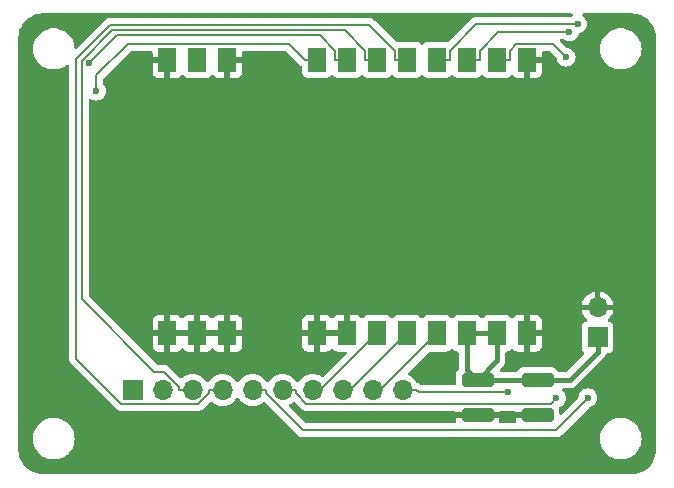
<source format=gbr>
%TF.GenerationSoftware,KiCad,Pcbnew,8.0.8*%
%TF.CreationDate,2025-02-18T11:34:38+02:00*%
%TF.ProjectId,E900M30S shield,45393030-4d33-4305-9320-736869656c64,rev?*%
%TF.SameCoordinates,Original*%
%TF.FileFunction,Copper,L1,Top*%
%TF.FilePolarity,Positive*%
%FSLAX46Y46*%
G04 Gerber Fmt 4.6, Leading zero omitted, Abs format (unit mm)*
G04 Created by KiCad (PCBNEW 8.0.8) date 2025-02-18 11:34:38*
%MOMM*%
%LPD*%
G01*
G04 APERTURE LIST*
G04 Aperture macros list*
%AMRoundRect*
0 Rectangle with rounded corners*
0 $1 Rounding radius*
0 $2 $3 $4 $5 $6 $7 $8 $9 X,Y pos of 4 corners*
0 Add a 4 corners polygon primitive as box body*
4,1,4,$2,$3,$4,$5,$6,$7,$8,$9,$2,$3,0*
0 Add four circle primitives for the rounded corners*
1,1,$1+$1,$2,$3*
1,1,$1+$1,$4,$5*
1,1,$1+$1,$6,$7*
1,1,$1+$1,$8,$9*
0 Add four rect primitives between the rounded corners*
20,1,$1+$1,$2,$3,$4,$5,0*
20,1,$1+$1,$4,$5,$6,$7,0*
20,1,$1+$1,$6,$7,$8,$9,0*
20,1,$1+$1,$8,$9,$2,$3,0*%
G04 Aperture macros list end*
%TA.AperFunction,ComponentPad*%
%ADD10R,1.700000X1.700000*%
%TD*%
%TA.AperFunction,ComponentPad*%
%ADD11O,1.700000X1.700000*%
%TD*%
%TA.AperFunction,SMDPad,CuDef*%
%ADD12RoundRect,0.250000X-1.100000X0.325000X-1.100000X-0.325000X1.100000X-0.325000X1.100000X0.325000X0*%
%TD*%
%TA.AperFunction,SMDPad,CuDef*%
%ADD13R,1.510000X2.080000*%
%TD*%
%TA.AperFunction,ViaPad*%
%ADD14C,0.600000*%
%TD*%
%TA.AperFunction,Conductor*%
%ADD15C,0.200000*%
%TD*%
%TA.AperFunction,Conductor*%
%ADD16C,0.400000*%
%TD*%
G04 APERTURE END LIST*
D10*
%TO.P,J1,1*%
%TO.N,NSS*%
X119380000Y-128905000D03*
D11*
%TO.P,J1,2*%
%TO.N,SCK*%
X121920000Y-128905000D03*
%TO.P,J1,3*%
%TO.N,MOSI*%
X124460000Y-128905000D03*
%TO.P,J1,4*%
%TO.N,MISO*%
X127000000Y-128905000D03*
%TO.P,J1,5*%
%TO.N,RST*%
X129540000Y-128905000D03*
%TO.P,J1,6*%
%TO.N,BUSY*%
X132080000Y-128905000D03*
%TO.P,J1,7*%
%TO.N,RXEN*%
X134620000Y-128905000D03*
%TO.P,J1,8*%
%TO.N,TXEN*%
X137160000Y-128905000D03*
%TO.P,J1,9*%
%TO.N,DIO2*%
X139700000Y-128905000D03*
%TO.P,J1,10*%
%TO.N,DIO1*%
X142240000Y-128905000D03*
%TD*%
D10*
%TO.P,J2,1*%
%TO.N,+5V*%
X158750000Y-124460000D03*
D11*
%TO.P,J2,2*%
%TO.N,GND*%
X158750000Y-121920000D03*
%TD*%
D12*
%TO.P,C1,1*%
%TO.N,+5V*%
X148590000Y-128065000D03*
%TO.P,C1,2*%
%TO.N,GND*%
X148590000Y-131015000D03*
%TD*%
D13*
%TO.P,U1,1,GND*%
%TO.N,GND*%
X122330000Y-124110000D03*
%TO.P,U1,2,GND*%
X124870000Y-124110000D03*
%TO.P,U1,3,GND*%
X127410000Y-124110000D03*
%TO.P,U1,4,GND*%
X135010000Y-124110000D03*
%TO.P,U1,5,GND*%
X137550000Y-124110000D03*
%TO.P,U1,6,RXEN*%
%TO.N,RXEN*%
X140090000Y-124110000D03*
%TO.P,U1,7,TXEN*%
%TO.N,TXEN*%
X142630000Y-124110000D03*
%TO.P,U1,8,DIO2*%
%TO.N,DIO2*%
X145170000Y-124110000D03*
%TO.P,U1,9,VCC*%
%TO.N,+5V*%
X147710000Y-124110000D03*
%TO.P,U1,10,VCC*%
X150250000Y-124110000D03*
%TO.P,U1,11,GND*%
%TO.N,GND*%
X152790000Y-124110000D03*
%TO.P,U1,12,GND*%
X152790000Y-100960000D03*
%TO.P,U1,13,DIO1*%
%TO.N,DIO1*%
X150250000Y-100960000D03*
%TO.P,U1,14,BUSY*%
%TO.N,BUSY*%
X147710000Y-100960000D03*
%TO.P,U1,15,~{RST}*%
%TO.N,RST*%
X145170000Y-100960000D03*
%TO.P,U1,16,MISO*%
%TO.N,MISO*%
X142630000Y-100960000D03*
%TO.P,U1,17,MOSI*%
%TO.N,MOSI*%
X140090000Y-100960000D03*
%TO.P,U1,18,SCK*%
%TO.N,SCK*%
X137550000Y-100960000D03*
%TO.P,U1,19,NSS*%
%TO.N,NSS*%
X135010000Y-100960000D03*
%TO.P,U1,20,GND*%
%TO.N,GND*%
X127410000Y-100960000D03*
%TO.P,U1,21,ANT*%
%TO.N,unconnected-(U1-ANT-Pad21)*%
X124870000Y-100960000D03*
%TO.P,U1,22,GND*%
%TO.N,GND*%
X122330000Y-100960000D03*
%TD*%
D12*
%TO.P,C2,1*%
%TO.N,+5V*%
X153670000Y-128065000D03*
%TO.P,C2,2*%
%TO.N,GND*%
X153670000Y-131015000D03*
%TD*%
D14*
%TO.N,GND*%
X145415000Y-127000000D03*
%TO.N,RST*%
X157933800Y-129571000D03*
X157057500Y-97910200D03*
%TO.N,SCK*%
X115683700Y-101243400D03*
%TO.N,BUSY*%
X155257700Y-129595200D03*
X156366700Y-98572000D03*
%TO.N,NSS*%
X116311900Y-103597700D03*
%TO.N,DIO1*%
X156081200Y-100726200D03*
X151130100Y-129115400D03*
%TO.N,GND*%
X152790000Y-103174000D03*
X122330000Y-103174000D03*
X127410000Y-103174000D03*
X135010000Y-121782000D03*
X127429000Y-121782000D03*
X124917000Y-121782000D03*
X137550000Y-121782000D03*
X122357000Y-121782000D03*
%TD*%
D15*
%TO.N,RST*%
X157933800Y-129606200D02*
X157933800Y-129571000D01*
X155211100Y-132328900D02*
X157933800Y-129606200D01*
X133827700Y-132328900D02*
X155211100Y-132328900D01*
X130691700Y-129192900D02*
X133827700Y-132328900D01*
X130691700Y-128905000D02*
X130691700Y-129192900D01*
X146226700Y-100167500D02*
X146226700Y-100960000D01*
X148484000Y-97910200D02*
X146226700Y-100167500D01*
X157057500Y-97910200D02*
X148484000Y-97910200D01*
X129540000Y-128905000D02*
X130691700Y-128905000D01*
X145170000Y-100960000D02*
X146226700Y-100960000D01*
%TO.N,SCK*%
X137550000Y-100960000D02*
X136493300Y-100960000D01*
X136493300Y-100167500D02*
X136493300Y-100960000D01*
X135213600Y-98887800D02*
X136493300Y-100167500D01*
X118039300Y-98887800D02*
X135213600Y-98887800D01*
X115683700Y-101243400D02*
X118039300Y-98887800D01*
%TO.N,BUSY*%
X154787100Y-130065800D02*
X155257700Y-129595200D01*
X134104600Y-130065800D02*
X154787100Y-130065800D01*
X133231700Y-129192900D02*
X134104600Y-130065800D01*
X133231700Y-128905000D02*
X133231700Y-129192900D01*
X148766700Y-100167500D02*
X148766700Y-100960000D01*
X150362200Y-98572000D02*
X148766700Y-100167500D01*
X156366700Y-98572000D02*
X150362200Y-98572000D01*
X147710000Y-100960000D02*
X148766700Y-100960000D01*
X132080000Y-128905000D02*
X133231700Y-128905000D01*
%TO.N,TXEN*%
X137795000Y-128905000D02*
X137160000Y-128905000D01*
X142590000Y-124110000D02*
X137795000Y-128905000D01*
X142630000Y-124110000D02*
X142590000Y-124110000D01*
%TO.N,DIO2*%
X140375000Y-128905000D02*
X139700000Y-128905000D01*
X145170000Y-124110000D02*
X140375000Y-128905000D01*
%TO.N,NSS*%
X116311900Y-102262300D02*
X116311900Y-103597700D01*
X118955900Y-99618300D02*
X116311900Y-102262300D01*
X132611600Y-99618300D02*
X118955900Y-99618300D01*
X133953300Y-100960000D02*
X132611600Y-99618300D01*
X135010000Y-100960000D02*
X133953300Y-100960000D01*
%TO.N,DIO1*%
X154973300Y-99618300D02*
X156081200Y-100726200D01*
X151855900Y-99618300D02*
X154973300Y-99618300D01*
X151306700Y-100167500D02*
X151855900Y-99618300D01*
X151306700Y-100960000D02*
X151306700Y-100167500D01*
X143602100Y-129115400D02*
X143391700Y-128905000D01*
X151130100Y-129115400D02*
X143602100Y-129115400D01*
X142240000Y-128905000D02*
X143391700Y-128905000D01*
X150250000Y-100960000D02*
X151306700Y-100960000D01*
%TO.N,MOSI*%
X140090000Y-100960000D02*
X139033300Y-100960000D01*
X124460000Y-128905000D02*
X123308300Y-128905000D01*
X139033300Y-100167500D02*
X139033300Y-100960000D01*
X137329600Y-98463800D02*
X139033300Y-100167500D01*
X117607500Y-98463800D02*
X137329600Y-98463800D01*
X115060300Y-101011000D02*
X117607500Y-98463800D01*
X115060300Y-121234600D02*
X115060300Y-101011000D01*
X121202000Y-127376300D02*
X115060300Y-121234600D01*
X122048100Y-127376300D02*
X121202000Y-127376300D01*
X123308300Y-128636500D02*
X122048100Y-127376300D01*
X123308300Y-128905000D02*
X123308300Y-128636500D01*
%TO.N,RXEN*%
X135295000Y-128905000D02*
X134620000Y-128905000D01*
X140090000Y-124110000D02*
X135295000Y-128905000D01*
%TO.N,MISO*%
X125848300Y-129173500D02*
X125848300Y-128905000D01*
X124964500Y-130057300D02*
X125848300Y-129173500D01*
X118399400Y-130057300D02*
X124964500Y-130057300D01*
X114624300Y-126282200D02*
X118399400Y-130057300D01*
X114624300Y-100875700D02*
X114624300Y-126282200D01*
X117495900Y-98004100D02*
X114624300Y-100875700D01*
X139409900Y-98004100D02*
X117495900Y-98004100D01*
X141573300Y-100167500D02*
X139409900Y-98004100D01*
X141573300Y-100960000D02*
X141573300Y-100167500D01*
X142630000Y-100960000D02*
X141573300Y-100960000D01*
X127000000Y-128905000D02*
X125848300Y-128905000D01*
D16*
%TO.N,+5V*%
X147710000Y-124110000D02*
X150250000Y-124110000D01*
X147710000Y-127185000D02*
X147710000Y-124110000D01*
X148590000Y-128065000D02*
X147710000Y-127185000D01*
X153670000Y-128065000D02*
X148590000Y-128065000D01*
X150250000Y-126405000D02*
X150250000Y-124110000D01*
X148590000Y-128065000D02*
X150250000Y-126405000D01*
X156415000Y-128065000D02*
X153670000Y-128065000D01*
X158750000Y-125730000D02*
X156415000Y-128065000D01*
X158750000Y-124460000D02*
X158750000Y-125730000D01*
%TD*%
%TA.AperFunction,Conductor*%
%TO.N,GND*%
G36*
X156605466Y-97040185D02*
G01*
X156651221Y-97092989D01*
X156661165Y-97162147D01*
X156632140Y-97225703D01*
X156604400Y-97249493D01*
X156555238Y-97280383D01*
X156552403Y-97282645D01*
X156550223Y-97283535D01*
X156549343Y-97284088D01*
X156549246Y-97283933D01*
X156487717Y-97309055D01*
X156475088Y-97309700D01*
X148563057Y-97309700D01*
X148404942Y-97309700D01*
X148252215Y-97350623D01*
X148252214Y-97350623D01*
X148252212Y-97350624D01*
X148252209Y-97350625D01*
X148217066Y-97370916D01*
X148217064Y-97370917D01*
X148115290Y-97429675D01*
X148115282Y-97429681D01*
X148003478Y-97541486D01*
X146151406Y-99393557D01*
X146090083Y-99427042D01*
X146040209Y-99426599D01*
X146040195Y-99426738D01*
X146038787Y-99426586D01*
X146035220Y-99426555D01*
X146032485Y-99425909D01*
X145972883Y-99419501D01*
X145972881Y-99419500D01*
X145972873Y-99419500D01*
X145972864Y-99419500D01*
X144367129Y-99419500D01*
X144367123Y-99419501D01*
X144307516Y-99425908D01*
X144172671Y-99476202D01*
X144172664Y-99476206D01*
X144057455Y-99562452D01*
X144057452Y-99562455D01*
X143999266Y-99640182D01*
X143943332Y-99682053D01*
X143873641Y-99687037D01*
X143812318Y-99653551D01*
X143800734Y-99640182D01*
X143742547Y-99562455D01*
X143742544Y-99562452D01*
X143627335Y-99476206D01*
X143627328Y-99476202D01*
X143492482Y-99425908D01*
X143492483Y-99425908D01*
X143432883Y-99419501D01*
X143432881Y-99419500D01*
X143432873Y-99419500D01*
X143432864Y-99419500D01*
X141827129Y-99419500D01*
X141827123Y-99419501D01*
X141767514Y-99425909D01*
X141764785Y-99426554D01*
X141762604Y-99426436D01*
X141759804Y-99426738D01*
X141759755Y-99426284D01*
X141695015Y-99422811D01*
X141648593Y-99393557D01*
X139897490Y-97642455D01*
X139897488Y-97642452D01*
X139778617Y-97523581D01*
X139778616Y-97523580D01*
X139691804Y-97473460D01*
X139691804Y-97473459D01*
X139691800Y-97473458D01*
X139641685Y-97444523D01*
X139488957Y-97403599D01*
X139330843Y-97403599D01*
X139323247Y-97403599D01*
X139323231Y-97403600D01*
X117582570Y-97403600D01*
X117582554Y-97403599D01*
X117574958Y-97403599D01*
X117416843Y-97403599D01*
X117340479Y-97424061D01*
X117264114Y-97444523D01*
X117264109Y-97444526D01*
X117127190Y-97523575D01*
X117127182Y-97523581D01*
X114677373Y-99973390D01*
X114616050Y-100006875D01*
X114546358Y-100001891D01*
X114490425Y-99960019D01*
X114466039Y-99894975D01*
X114455803Y-99758378D01*
X114455802Y-99758374D01*
X114455802Y-99758370D01*
X114397420Y-99502584D01*
X114301568Y-99258357D01*
X114170386Y-99031143D01*
X114006805Y-98826019D01*
X114006804Y-98826018D01*
X114006801Y-98826014D01*
X113814479Y-98647567D01*
X113787735Y-98629333D01*
X113597704Y-98499772D01*
X113597700Y-98499770D01*
X113597697Y-98499768D01*
X113597696Y-98499767D01*
X113361325Y-98385938D01*
X113361327Y-98385938D01*
X113110623Y-98308606D01*
X113110619Y-98308605D01*
X113110615Y-98308604D01*
X112985823Y-98289794D01*
X112851187Y-98269500D01*
X112851182Y-98269500D01*
X112588818Y-98269500D01*
X112588812Y-98269500D01*
X112440452Y-98291863D01*
X112329385Y-98308604D01*
X112329382Y-98308605D01*
X112329376Y-98308606D01*
X112078673Y-98385938D01*
X111842303Y-98499767D01*
X111842302Y-98499768D01*
X111625520Y-98647567D01*
X111433198Y-98826014D01*
X111269614Y-99031143D01*
X111138432Y-99258356D01*
X111042582Y-99502578D01*
X111042576Y-99502597D01*
X110984197Y-99758374D01*
X110984196Y-99758379D01*
X110964592Y-100019995D01*
X110964592Y-100020004D01*
X110984196Y-100281620D01*
X110984197Y-100281625D01*
X111042576Y-100537402D01*
X111042578Y-100537411D01*
X111042580Y-100537416D01*
X111138432Y-100781643D01*
X111269614Y-101008857D01*
X111322938Y-101075723D01*
X111433198Y-101213985D01*
X111586273Y-101356016D01*
X111625521Y-101392433D01*
X111842296Y-101540228D01*
X111842301Y-101540230D01*
X111842302Y-101540231D01*
X111842303Y-101540232D01*
X111967843Y-101600688D01*
X112078673Y-101654061D01*
X112078674Y-101654061D01*
X112078677Y-101654063D01*
X112329385Y-101731396D01*
X112588818Y-101770500D01*
X112851182Y-101770500D01*
X113110615Y-101731396D01*
X113361323Y-101654063D01*
X113597704Y-101540228D01*
X113814479Y-101392433D01*
X113815459Y-101391523D01*
X113815886Y-101391310D01*
X113818104Y-101389542D01*
X113818482Y-101390016D01*
X113877990Y-101360355D01*
X113947447Y-101367942D01*
X114001776Y-101411875D01*
X114023728Y-101478206D01*
X114023800Y-101482422D01*
X114023800Y-126195530D01*
X114023799Y-126195548D01*
X114023799Y-126361254D01*
X114023798Y-126361254D01*
X114064723Y-126513985D01*
X114093658Y-126564100D01*
X114093659Y-126564104D01*
X114093660Y-126564104D01*
X114143779Y-126650914D01*
X114143781Y-126650917D01*
X114262649Y-126769785D01*
X114262654Y-126769789D01*
X118030684Y-130537820D01*
X118030686Y-130537821D01*
X118030690Y-130537824D01*
X118132216Y-130596439D01*
X118167616Y-130616877D01*
X118320343Y-130657801D01*
X118320345Y-130657801D01*
X118486054Y-130657801D01*
X118486070Y-130657800D01*
X124877831Y-130657800D01*
X124877847Y-130657801D01*
X124885443Y-130657801D01*
X125043554Y-130657801D01*
X125043557Y-130657801D01*
X125196285Y-130616877D01*
X125246404Y-130587939D01*
X125333216Y-130537820D01*
X125445020Y-130426016D01*
X125445020Y-130426014D01*
X125455228Y-130415807D01*
X125455230Y-130415804D01*
X125940388Y-129930646D01*
X126001711Y-129897161D01*
X126071403Y-129902145D01*
X126115750Y-129930646D01*
X126128599Y-129943495D01*
X126130353Y-129944723D01*
X126322165Y-130079032D01*
X126322167Y-130079033D01*
X126322170Y-130079035D01*
X126536337Y-130178903D01*
X126764592Y-130240063D01*
X126952918Y-130256539D01*
X126999999Y-130260659D01*
X127000000Y-130260659D01*
X127000001Y-130260659D01*
X127039234Y-130257226D01*
X127235408Y-130240063D01*
X127463663Y-130178903D01*
X127677830Y-130079035D01*
X127871401Y-129943495D01*
X128038495Y-129776401D01*
X128168425Y-129590842D01*
X128223002Y-129547217D01*
X128292500Y-129540023D01*
X128354855Y-129571546D01*
X128371575Y-129590842D01*
X128500141Y-129774454D01*
X128501505Y-129776401D01*
X128668599Y-129943495D01*
X128670353Y-129944723D01*
X128862165Y-130079032D01*
X128862167Y-130079033D01*
X128862170Y-130079035D01*
X129076337Y-130178903D01*
X129304592Y-130240063D01*
X129492918Y-130256539D01*
X129539999Y-130260659D01*
X129540000Y-130260659D01*
X129540001Y-130260659D01*
X129579234Y-130257226D01*
X129775408Y-130240063D01*
X130003663Y-130178903D01*
X130217830Y-130079035D01*
X130411401Y-129943495D01*
X130414546Y-129940349D01*
X130475863Y-129906863D01*
X130545555Y-129911842D01*
X130589910Y-129940345D01*
X133458984Y-132809420D01*
X133458986Y-132809421D01*
X133458990Y-132809424D01*
X133595909Y-132888473D01*
X133595912Y-132888475D01*
X133595916Y-132888477D01*
X133748643Y-132929401D01*
X133748645Y-132929401D01*
X133914354Y-132929401D01*
X133914370Y-132929400D01*
X155124431Y-132929400D01*
X155124447Y-132929401D01*
X155132043Y-132929401D01*
X155290154Y-132929401D01*
X155290157Y-132929401D01*
X155442885Y-132888477D01*
X155503950Y-132853221D01*
X155579816Y-132809420D01*
X155691620Y-132697616D01*
X155691620Y-132697614D01*
X155701824Y-132687411D01*
X155701828Y-132687406D01*
X157992004Y-130397229D01*
X158053325Y-130363746D01*
X158065783Y-130361693D01*
X158113055Y-130356368D01*
X158283322Y-130296789D01*
X158436062Y-130200816D01*
X158563616Y-130073262D01*
X158659589Y-129920522D01*
X158719168Y-129750255D01*
X158736638Y-129595203D01*
X158739365Y-129571003D01*
X158739365Y-129570996D01*
X158719169Y-129391750D01*
X158719168Y-129391745D01*
X158714020Y-129377032D01*
X158659589Y-129221478D01*
X158563616Y-129068738D01*
X158436062Y-128941184D01*
X158283323Y-128845211D01*
X158113054Y-128785631D01*
X158113049Y-128785630D01*
X157933804Y-128765435D01*
X157933796Y-128765435D01*
X157754550Y-128785630D01*
X157754545Y-128785631D01*
X157584276Y-128845211D01*
X157431537Y-128941184D01*
X157303984Y-129068737D01*
X157208010Y-129221478D01*
X157148430Y-129391750D01*
X157134167Y-129518338D01*
X157107100Y-129582752D01*
X157098628Y-129592135D01*
X155731680Y-130959084D01*
X155670357Y-130992569D01*
X155600665Y-130987585D01*
X155544732Y-130945713D01*
X155520315Y-130880249D01*
X155519999Y-130871403D01*
X155519999Y-130640028D01*
X155519998Y-130640013D01*
X155509505Y-130537302D01*
X155493788Y-130489870D01*
X155491386Y-130420042D01*
X155527118Y-130360000D01*
X155570540Y-130333824D01*
X155607222Y-130320989D01*
X155759962Y-130225016D01*
X155887516Y-130097462D01*
X155983489Y-129944722D01*
X156043068Y-129774455D01*
X156045795Y-129750254D01*
X156063265Y-129595203D01*
X156063265Y-129595196D01*
X156043069Y-129415950D01*
X156043068Y-129415945D01*
X156029452Y-129377032D01*
X155983489Y-129245678D01*
X155887516Y-129092938D01*
X155771759Y-128977181D01*
X155738274Y-128915858D01*
X155743258Y-128846166D01*
X155785130Y-128790233D01*
X155850594Y-128765816D01*
X155859440Y-128765500D01*
X156483996Y-128765500D01*
X156575040Y-128747389D01*
X156619328Y-128738580D01*
X156683069Y-128712177D01*
X156746807Y-128685777D01*
X156746808Y-128685776D01*
X156746811Y-128685775D01*
X156861543Y-128609114D01*
X159294114Y-126176543D01*
X159370775Y-126061811D01*
X159423580Y-125934328D01*
X159428358Y-125910306D01*
X159460742Y-125848398D01*
X159521457Y-125813823D01*
X159549975Y-125810499D01*
X159647871Y-125810499D01*
X159647872Y-125810499D01*
X159707483Y-125804091D01*
X159842331Y-125753796D01*
X159957546Y-125667546D01*
X160043796Y-125552331D01*
X160094091Y-125417483D01*
X160100500Y-125357873D01*
X160100499Y-123562128D01*
X160094091Y-123502517D01*
X160043796Y-123367669D01*
X160043795Y-123367668D01*
X160043793Y-123367664D01*
X159957547Y-123252455D01*
X159957544Y-123252452D01*
X159842335Y-123166206D01*
X159842328Y-123166202D01*
X159710401Y-123116997D01*
X159654467Y-123075126D01*
X159630050Y-123009662D01*
X159644902Y-122941389D01*
X159666053Y-122913133D01*
X159788108Y-122791078D01*
X159923600Y-122597578D01*
X160023429Y-122383492D01*
X160023432Y-122383486D01*
X160080636Y-122170000D01*
X159183012Y-122170000D01*
X159215925Y-122112993D01*
X159250000Y-121985826D01*
X159250000Y-121854174D01*
X159215925Y-121727007D01*
X159183012Y-121670000D01*
X160080636Y-121670000D01*
X160080635Y-121669999D01*
X160023432Y-121456513D01*
X160023429Y-121456507D01*
X159923600Y-121242422D01*
X159923599Y-121242420D01*
X159788113Y-121048926D01*
X159788108Y-121048920D01*
X159621082Y-120881894D01*
X159427578Y-120746399D01*
X159213492Y-120646570D01*
X159213486Y-120646567D01*
X159000000Y-120589364D01*
X159000000Y-121486988D01*
X158942993Y-121454075D01*
X158815826Y-121420000D01*
X158684174Y-121420000D01*
X158557007Y-121454075D01*
X158500000Y-121486988D01*
X158500000Y-120589364D01*
X158499999Y-120589364D01*
X158286513Y-120646567D01*
X158286507Y-120646570D01*
X158072422Y-120746399D01*
X158072420Y-120746400D01*
X157878926Y-120881886D01*
X157878920Y-120881891D01*
X157711891Y-121048920D01*
X157711886Y-121048926D01*
X157576400Y-121242420D01*
X157576399Y-121242422D01*
X157476570Y-121456507D01*
X157476567Y-121456513D01*
X157419364Y-121669999D01*
X157419364Y-121670000D01*
X158316988Y-121670000D01*
X158284075Y-121727007D01*
X158250000Y-121854174D01*
X158250000Y-121985826D01*
X158284075Y-122112993D01*
X158316988Y-122170000D01*
X157419364Y-122170000D01*
X157476567Y-122383486D01*
X157476570Y-122383492D01*
X157576399Y-122597578D01*
X157711894Y-122791082D01*
X157833946Y-122913134D01*
X157867431Y-122974457D01*
X157862447Y-123044149D01*
X157820575Y-123100082D01*
X157789598Y-123116997D01*
X157657671Y-123166202D01*
X157657664Y-123166206D01*
X157542455Y-123252452D01*
X157542452Y-123252455D01*
X157456206Y-123367664D01*
X157456202Y-123367671D01*
X157405908Y-123502517D01*
X157399501Y-123562116D01*
X157399501Y-123562123D01*
X157399500Y-123562135D01*
X157399500Y-125357870D01*
X157399501Y-125357876D01*
X157405908Y-125417483D01*
X157456202Y-125552328D01*
X157456206Y-125552335D01*
X157542452Y-125667544D01*
X157542455Y-125667547D01*
X157587647Y-125701378D01*
X157629518Y-125757311D01*
X157634502Y-125827003D01*
X157601017Y-125888325D01*
X156161162Y-127328181D01*
X156099839Y-127361666D01*
X156073481Y-127364500D01*
X155489378Y-127364500D01*
X155422339Y-127344815D01*
X155383839Y-127305597D01*
X155375459Y-127292011D01*
X155362712Y-127271344D01*
X155238656Y-127147288D01*
X155089334Y-127055186D01*
X154922797Y-127000001D01*
X154922795Y-127000000D01*
X154820010Y-126989500D01*
X152519998Y-126989500D01*
X152519981Y-126989501D01*
X152417203Y-127000000D01*
X152417200Y-127000001D01*
X152250668Y-127055185D01*
X152250663Y-127055187D01*
X152101342Y-127147289D01*
X151977289Y-127271342D01*
X151956161Y-127305597D01*
X151904213Y-127352321D01*
X151850622Y-127364500D01*
X150580519Y-127364500D01*
X150513480Y-127344815D01*
X150467725Y-127292011D01*
X150457781Y-127222853D01*
X150486806Y-127159297D01*
X150492838Y-127152819D01*
X150794112Y-126851545D01*
X150794112Y-126851544D01*
X150794114Y-126851543D01*
X150870775Y-126736811D01*
X150923580Y-126609328D01*
X150950500Y-126473993D01*
X150950500Y-126336006D01*
X150950500Y-125772888D01*
X150970185Y-125705849D01*
X151022989Y-125660094D01*
X151061244Y-125649598D01*
X151112483Y-125644091D01*
X151247331Y-125593796D01*
X151362546Y-125507546D01*
X151388618Y-125472717D01*
X151421046Y-125429401D01*
X151476979Y-125387530D01*
X151546671Y-125382546D01*
X151607994Y-125416032D01*
X151619578Y-125429401D01*
X151677809Y-125507187D01*
X151677812Y-125507190D01*
X151792906Y-125593350D01*
X151792913Y-125593354D01*
X151927620Y-125643596D01*
X151927627Y-125643598D01*
X151987155Y-125649999D01*
X151987172Y-125650000D01*
X152540000Y-125650000D01*
X153040000Y-125650000D01*
X153592828Y-125650000D01*
X153592844Y-125649999D01*
X153652372Y-125643598D01*
X153652379Y-125643596D01*
X153787086Y-125593354D01*
X153787093Y-125593350D01*
X153902187Y-125507190D01*
X153902190Y-125507187D01*
X153988350Y-125392093D01*
X153988354Y-125392086D01*
X154038596Y-125257379D01*
X154038598Y-125257372D01*
X154044999Y-125197844D01*
X154045000Y-125197827D01*
X154045000Y-124360000D01*
X153040000Y-124360000D01*
X153040000Y-125650000D01*
X152540000Y-125650000D01*
X152540000Y-123860000D01*
X153040000Y-123860000D01*
X154045000Y-123860000D01*
X154045000Y-123022172D01*
X154044999Y-123022155D01*
X154038598Y-122962627D01*
X154038596Y-122962620D01*
X153988354Y-122827913D01*
X153988350Y-122827906D01*
X153902190Y-122712812D01*
X153902187Y-122712809D01*
X153787093Y-122626649D01*
X153787086Y-122626645D01*
X153652379Y-122576403D01*
X153652372Y-122576401D01*
X153592844Y-122570000D01*
X153040000Y-122570000D01*
X153040000Y-123860000D01*
X152540000Y-123860000D01*
X152540000Y-122570000D01*
X151987155Y-122570000D01*
X151927627Y-122576401D01*
X151927620Y-122576403D01*
X151792913Y-122626645D01*
X151792906Y-122626649D01*
X151677812Y-122712809D01*
X151619578Y-122790599D01*
X151563644Y-122832469D01*
X151493952Y-122837453D01*
X151432629Y-122803967D01*
X151421046Y-122790599D01*
X151362814Y-122712812D01*
X151362546Y-122712454D01*
X151362544Y-122712453D01*
X151362544Y-122712452D01*
X151247335Y-122626206D01*
X151247328Y-122626202D01*
X151112482Y-122575908D01*
X151112483Y-122575908D01*
X151052883Y-122569501D01*
X151052881Y-122569500D01*
X151052873Y-122569500D01*
X151052864Y-122569500D01*
X149447129Y-122569500D01*
X149447123Y-122569501D01*
X149387516Y-122575908D01*
X149252671Y-122626202D01*
X149252664Y-122626206D01*
X149137455Y-122712452D01*
X149137452Y-122712455D01*
X149079266Y-122790182D01*
X149023332Y-122832053D01*
X148953641Y-122837037D01*
X148892318Y-122803551D01*
X148880734Y-122790182D01*
X148822547Y-122712455D01*
X148822544Y-122712452D01*
X148707335Y-122626206D01*
X148707328Y-122626202D01*
X148572482Y-122575908D01*
X148572483Y-122575908D01*
X148512883Y-122569501D01*
X148512881Y-122569500D01*
X148512873Y-122569500D01*
X148512864Y-122569500D01*
X146907129Y-122569500D01*
X146907123Y-122569501D01*
X146847516Y-122575908D01*
X146712671Y-122626202D01*
X146712664Y-122626206D01*
X146597455Y-122712452D01*
X146597452Y-122712455D01*
X146539266Y-122790182D01*
X146483332Y-122832053D01*
X146413641Y-122837037D01*
X146352318Y-122803551D01*
X146340734Y-122790182D01*
X146282547Y-122712455D01*
X146282544Y-122712452D01*
X146167335Y-122626206D01*
X146167328Y-122626202D01*
X146032482Y-122575908D01*
X146032483Y-122575908D01*
X145972883Y-122569501D01*
X145972881Y-122569500D01*
X145972873Y-122569500D01*
X145972864Y-122569500D01*
X144367129Y-122569500D01*
X144367123Y-122569501D01*
X144307516Y-122575908D01*
X144172671Y-122626202D01*
X144172664Y-122626206D01*
X144057455Y-122712452D01*
X144057452Y-122712455D01*
X143999266Y-122790182D01*
X143943332Y-122832053D01*
X143873641Y-122837037D01*
X143812318Y-122803551D01*
X143800734Y-122790182D01*
X143742547Y-122712455D01*
X143742544Y-122712452D01*
X143627335Y-122626206D01*
X143627328Y-122626202D01*
X143492482Y-122575908D01*
X143492483Y-122575908D01*
X143432883Y-122569501D01*
X143432881Y-122569500D01*
X143432873Y-122569500D01*
X143432864Y-122569500D01*
X141827129Y-122569500D01*
X141827123Y-122569501D01*
X141767516Y-122575908D01*
X141632671Y-122626202D01*
X141632664Y-122626206D01*
X141517455Y-122712452D01*
X141517452Y-122712455D01*
X141459266Y-122790182D01*
X141403332Y-122832053D01*
X141333641Y-122837037D01*
X141272318Y-122803551D01*
X141260734Y-122790182D01*
X141202547Y-122712455D01*
X141202544Y-122712452D01*
X141087335Y-122626206D01*
X141087328Y-122626202D01*
X140952482Y-122575908D01*
X140952483Y-122575908D01*
X140892883Y-122569501D01*
X140892881Y-122569500D01*
X140892873Y-122569500D01*
X140892864Y-122569500D01*
X139287129Y-122569500D01*
X139287123Y-122569501D01*
X139227516Y-122575908D01*
X139092671Y-122626202D01*
X139092664Y-122626206D01*
X138977455Y-122712452D01*
X138977454Y-122712453D01*
X138918952Y-122790600D01*
X138863018Y-122832470D01*
X138793326Y-122837453D01*
X138732004Y-122803966D01*
X138720421Y-122790598D01*
X138662190Y-122712812D01*
X138662187Y-122712809D01*
X138547093Y-122626649D01*
X138547086Y-122626645D01*
X138412379Y-122576403D01*
X138412372Y-122576401D01*
X138352844Y-122570000D01*
X137800000Y-122570000D01*
X137800000Y-123986000D01*
X137780315Y-124053039D01*
X137727511Y-124098794D01*
X137676000Y-124110000D01*
X137550000Y-124110000D01*
X137550000Y-124236000D01*
X137530315Y-124303039D01*
X137477511Y-124348794D01*
X137426000Y-124360000D01*
X135260000Y-124360000D01*
X135260000Y-125650000D01*
X135812828Y-125650000D01*
X135812844Y-125649999D01*
X135872372Y-125643598D01*
X135872379Y-125643596D01*
X136007086Y-125593354D01*
X136007093Y-125593350D01*
X136122187Y-125507190D01*
X136122190Y-125507187D01*
X136180734Y-125428984D01*
X136236668Y-125387113D01*
X136306359Y-125382129D01*
X136367682Y-125415615D01*
X136379266Y-125428984D01*
X136437809Y-125507187D01*
X136437812Y-125507190D01*
X136552906Y-125593350D01*
X136552913Y-125593354D01*
X136687620Y-125643596D01*
X136687627Y-125643598D01*
X136747155Y-125649999D01*
X136747172Y-125650000D01*
X137401402Y-125650000D01*
X137468441Y-125669685D01*
X137514196Y-125722489D01*
X137524140Y-125791647D01*
X137495115Y-125855203D01*
X137489083Y-125861681D01*
X135560773Y-127789990D01*
X135499450Y-127823475D01*
X135429758Y-127818491D01*
X135401970Y-127803885D01*
X135297830Y-127730965D01*
X135297829Y-127730964D01*
X135297827Y-127730963D01*
X135184387Y-127678065D01*
X135083663Y-127631097D01*
X135083659Y-127631096D01*
X135083655Y-127631094D01*
X134855413Y-127569938D01*
X134855403Y-127569936D01*
X134620001Y-127549341D01*
X134619999Y-127549341D01*
X134384596Y-127569936D01*
X134384586Y-127569938D01*
X134156344Y-127631094D01*
X134156335Y-127631098D01*
X133942171Y-127730964D01*
X133942169Y-127730965D01*
X133748597Y-127866505D01*
X133581508Y-128033594D01*
X133451574Y-128219160D01*
X133396997Y-128262784D01*
X133327498Y-128269977D01*
X133265144Y-128238455D01*
X133248429Y-128219164D01*
X133118495Y-128033599D01*
X133118493Y-128033596D01*
X132951402Y-127866506D01*
X132951395Y-127866501D01*
X132923673Y-127847090D01*
X132874518Y-127812671D01*
X132757834Y-127730967D01*
X132757830Y-127730965D01*
X132757826Y-127730963D01*
X132543663Y-127631097D01*
X132543659Y-127631096D01*
X132543655Y-127631094D01*
X132315413Y-127569938D01*
X132315403Y-127569936D01*
X132080001Y-127549341D01*
X132079999Y-127549341D01*
X131844596Y-127569936D01*
X131844586Y-127569938D01*
X131616344Y-127631094D01*
X131616335Y-127631098D01*
X131402171Y-127730964D01*
X131402169Y-127730965D01*
X131208597Y-127866505D01*
X131041508Y-128033594D01*
X130911574Y-128219160D01*
X130856997Y-128262784D01*
X130787498Y-128269977D01*
X130725144Y-128238455D01*
X130708429Y-128219164D01*
X130578495Y-128033599D01*
X130578493Y-128033596D01*
X130411402Y-127866506D01*
X130411395Y-127866501D01*
X130383673Y-127847090D01*
X130334518Y-127812671D01*
X130217834Y-127730967D01*
X130217830Y-127730965D01*
X130217826Y-127730963D01*
X130003663Y-127631097D01*
X130003659Y-127631096D01*
X130003655Y-127631094D01*
X129775413Y-127569938D01*
X129775403Y-127569936D01*
X129540001Y-127549341D01*
X129539999Y-127549341D01*
X129304596Y-127569936D01*
X129304586Y-127569938D01*
X129076344Y-127631094D01*
X129076335Y-127631098D01*
X128862171Y-127730964D01*
X128862169Y-127730965D01*
X128668597Y-127866505D01*
X128501505Y-128033597D01*
X128371575Y-128219158D01*
X128316998Y-128262783D01*
X128247500Y-128269977D01*
X128185145Y-128238454D01*
X128168425Y-128219158D01*
X128038494Y-128033597D01*
X127871402Y-127866506D01*
X127871395Y-127866501D01*
X127843673Y-127847090D01*
X127794518Y-127812671D01*
X127677834Y-127730967D01*
X127677830Y-127730965D01*
X127677826Y-127730963D01*
X127463663Y-127631097D01*
X127463659Y-127631096D01*
X127463655Y-127631094D01*
X127235413Y-127569938D01*
X127235403Y-127569936D01*
X127000001Y-127549341D01*
X126999999Y-127549341D01*
X126764596Y-127569936D01*
X126764586Y-127569938D01*
X126536344Y-127631094D01*
X126536335Y-127631098D01*
X126322171Y-127730964D01*
X126322169Y-127730965D01*
X126128597Y-127866505D01*
X125961506Y-128033596D01*
X125831575Y-128219159D01*
X125776998Y-128262784D01*
X125707500Y-128269978D01*
X125645145Y-128238455D01*
X125628425Y-128219159D01*
X125498494Y-128033597D01*
X125331402Y-127866506D01*
X125331395Y-127866501D01*
X125303673Y-127847090D01*
X125254518Y-127812671D01*
X125137834Y-127730967D01*
X125137830Y-127730965D01*
X125137826Y-127730963D01*
X124923663Y-127631097D01*
X124923659Y-127631096D01*
X124923655Y-127631094D01*
X124695413Y-127569938D01*
X124695403Y-127569936D01*
X124460001Y-127549341D01*
X124459999Y-127549341D01*
X124224596Y-127569936D01*
X124224586Y-127569938D01*
X123996344Y-127631094D01*
X123996335Y-127631098D01*
X123782171Y-127730964D01*
X123782169Y-127730965D01*
X123588595Y-127866507D01*
X123575744Y-127879357D01*
X123514419Y-127912839D01*
X123444727Y-127907850D01*
X123400387Y-127879352D01*
X122535690Y-127014655D01*
X122535688Y-127014652D01*
X122416817Y-126895781D01*
X122416816Y-126895780D01*
X122323279Y-126841777D01*
X122323278Y-126841776D01*
X122279883Y-126816722D01*
X122223981Y-126801743D01*
X122127157Y-126775799D01*
X121969043Y-126775799D01*
X121961447Y-126775799D01*
X121961431Y-126775800D01*
X121502097Y-126775800D01*
X121435058Y-126756115D01*
X121414416Y-126739481D01*
X119872779Y-125197844D01*
X121075000Y-125197844D01*
X121081401Y-125257372D01*
X121081403Y-125257379D01*
X121131645Y-125392086D01*
X121131649Y-125392093D01*
X121217809Y-125507187D01*
X121217812Y-125507190D01*
X121332906Y-125593350D01*
X121332913Y-125593354D01*
X121467620Y-125643596D01*
X121467627Y-125643598D01*
X121527155Y-125649999D01*
X121527172Y-125650000D01*
X122080000Y-125650000D01*
X122580000Y-125650000D01*
X123132828Y-125650000D01*
X123132844Y-125649999D01*
X123192372Y-125643598D01*
X123192379Y-125643596D01*
X123327086Y-125593354D01*
X123327093Y-125593350D01*
X123442187Y-125507190D01*
X123442190Y-125507187D01*
X123500734Y-125428984D01*
X123556668Y-125387113D01*
X123626359Y-125382129D01*
X123687682Y-125415615D01*
X123699266Y-125428984D01*
X123757809Y-125507187D01*
X123757812Y-125507190D01*
X123872906Y-125593350D01*
X123872913Y-125593354D01*
X124007620Y-125643596D01*
X124007627Y-125643598D01*
X124067155Y-125649999D01*
X124067172Y-125650000D01*
X124620000Y-125650000D01*
X125120000Y-125650000D01*
X125672828Y-125650000D01*
X125672844Y-125649999D01*
X125732372Y-125643598D01*
X125732379Y-125643596D01*
X125867086Y-125593354D01*
X125867093Y-125593350D01*
X125982187Y-125507190D01*
X125982190Y-125507187D01*
X126040734Y-125428984D01*
X126096668Y-125387113D01*
X126166359Y-125382129D01*
X126227682Y-125415615D01*
X126239266Y-125428984D01*
X126297809Y-125507187D01*
X126297812Y-125507190D01*
X126412906Y-125593350D01*
X126412913Y-125593354D01*
X126547620Y-125643596D01*
X126547627Y-125643598D01*
X126607155Y-125649999D01*
X126607172Y-125650000D01*
X127160000Y-125650000D01*
X127660000Y-125650000D01*
X128212828Y-125650000D01*
X128212844Y-125649999D01*
X128272372Y-125643598D01*
X128272379Y-125643596D01*
X128407086Y-125593354D01*
X128407093Y-125593350D01*
X128522187Y-125507190D01*
X128522190Y-125507187D01*
X128608350Y-125392093D01*
X128608354Y-125392086D01*
X128658596Y-125257379D01*
X128658598Y-125257372D01*
X128664999Y-125197844D01*
X133755000Y-125197844D01*
X133761401Y-125257372D01*
X133761403Y-125257379D01*
X133811645Y-125392086D01*
X133811649Y-125392093D01*
X133897809Y-125507187D01*
X133897812Y-125507190D01*
X134012906Y-125593350D01*
X134012913Y-125593354D01*
X134147620Y-125643596D01*
X134147627Y-125643598D01*
X134207155Y-125649999D01*
X134207172Y-125650000D01*
X134760000Y-125650000D01*
X134760000Y-124360000D01*
X133755000Y-124360000D01*
X133755000Y-125197844D01*
X128664999Y-125197844D01*
X128665000Y-125197827D01*
X128665000Y-124360000D01*
X127660000Y-124360000D01*
X127660000Y-125650000D01*
X127160000Y-125650000D01*
X127160000Y-124360000D01*
X125120000Y-124360000D01*
X125120000Y-125650000D01*
X124620000Y-125650000D01*
X124620000Y-124360000D01*
X122580000Y-124360000D01*
X122580000Y-125650000D01*
X122080000Y-125650000D01*
X122080000Y-124360000D01*
X121075000Y-124360000D01*
X121075000Y-125197844D01*
X119872779Y-125197844D01*
X117697090Y-123022155D01*
X121075000Y-123022155D01*
X121075000Y-123860000D01*
X122080000Y-123860000D01*
X122580000Y-123860000D01*
X124620000Y-123860000D01*
X125120000Y-123860000D01*
X127160000Y-123860000D01*
X127660000Y-123860000D01*
X128665000Y-123860000D01*
X128665000Y-123022172D01*
X128664999Y-123022155D01*
X133755000Y-123022155D01*
X133755000Y-123860000D01*
X134760000Y-123860000D01*
X135260000Y-123860000D01*
X137300000Y-123860000D01*
X137300000Y-122570000D01*
X136747155Y-122570000D01*
X136687627Y-122576401D01*
X136687620Y-122576403D01*
X136552913Y-122626645D01*
X136552906Y-122626649D01*
X136437812Y-122712809D01*
X136379266Y-122791016D01*
X136323332Y-122832886D01*
X136253640Y-122837870D01*
X136192317Y-122804384D01*
X136180734Y-122791016D01*
X136122187Y-122712809D01*
X136007093Y-122626649D01*
X136007086Y-122626645D01*
X135872379Y-122576403D01*
X135872372Y-122576401D01*
X135812844Y-122570000D01*
X135260000Y-122570000D01*
X135260000Y-123860000D01*
X134760000Y-123860000D01*
X134760000Y-122570000D01*
X134207155Y-122570000D01*
X134147627Y-122576401D01*
X134147620Y-122576403D01*
X134012913Y-122626645D01*
X134012906Y-122626649D01*
X133897812Y-122712809D01*
X133897809Y-122712812D01*
X133811649Y-122827906D01*
X133811645Y-122827913D01*
X133761403Y-122962620D01*
X133761401Y-122962627D01*
X133755000Y-123022155D01*
X128664999Y-123022155D01*
X128658598Y-122962627D01*
X128658596Y-122962620D01*
X128608354Y-122827913D01*
X128608350Y-122827906D01*
X128522190Y-122712812D01*
X128522187Y-122712809D01*
X128407093Y-122626649D01*
X128407086Y-122626645D01*
X128272379Y-122576403D01*
X128272372Y-122576401D01*
X128212844Y-122570000D01*
X127660000Y-122570000D01*
X127660000Y-123860000D01*
X127160000Y-123860000D01*
X127160000Y-122570000D01*
X126607155Y-122570000D01*
X126547627Y-122576401D01*
X126547620Y-122576403D01*
X126412913Y-122626645D01*
X126412906Y-122626649D01*
X126297812Y-122712809D01*
X126239266Y-122791016D01*
X126183332Y-122832886D01*
X126113640Y-122837870D01*
X126052317Y-122804384D01*
X126040734Y-122791016D01*
X125982187Y-122712809D01*
X125867093Y-122626649D01*
X125867086Y-122626645D01*
X125732379Y-122576403D01*
X125732372Y-122576401D01*
X125672844Y-122570000D01*
X125120000Y-122570000D01*
X125120000Y-123860000D01*
X124620000Y-123860000D01*
X124620000Y-122570000D01*
X124067155Y-122570000D01*
X124007627Y-122576401D01*
X124007620Y-122576403D01*
X123872913Y-122626645D01*
X123872906Y-122626649D01*
X123757812Y-122712809D01*
X123699266Y-122791016D01*
X123643332Y-122832886D01*
X123573640Y-122837870D01*
X123512317Y-122804384D01*
X123500734Y-122791016D01*
X123442187Y-122712809D01*
X123327093Y-122626649D01*
X123327086Y-122626645D01*
X123192379Y-122576403D01*
X123192372Y-122576401D01*
X123132844Y-122570000D01*
X122580000Y-122570000D01*
X122580000Y-123860000D01*
X122080000Y-123860000D01*
X122080000Y-122570000D01*
X121527155Y-122570000D01*
X121467627Y-122576401D01*
X121467620Y-122576403D01*
X121332913Y-122626645D01*
X121332906Y-122626649D01*
X121217812Y-122712809D01*
X121217809Y-122712812D01*
X121131649Y-122827906D01*
X121131645Y-122827913D01*
X121081403Y-122962620D01*
X121081401Y-122962627D01*
X121075000Y-123022155D01*
X117697090Y-123022155D01*
X115697119Y-121022184D01*
X115663634Y-120960861D01*
X115660800Y-120934503D01*
X115660800Y-104358356D01*
X115680485Y-104291317D01*
X115733289Y-104245562D01*
X115802447Y-104235618D01*
X115850771Y-104253361D01*
X115962378Y-104323489D01*
X116132645Y-104383068D01*
X116132650Y-104383069D01*
X116311896Y-104403265D01*
X116311900Y-104403265D01*
X116311904Y-104403265D01*
X116491149Y-104383069D01*
X116491152Y-104383068D01*
X116491155Y-104383068D01*
X116661422Y-104323489D01*
X116814162Y-104227516D01*
X116941716Y-104099962D01*
X117037689Y-103947222D01*
X117097268Y-103776955D01*
X117117465Y-103597700D01*
X117097268Y-103418445D01*
X117037689Y-103248178D01*
X116941716Y-103095438D01*
X116941714Y-103095436D01*
X116941713Y-103095434D01*
X116939450Y-103092596D01*
X116938559Y-103090415D01*
X116938011Y-103089542D01*
X116938164Y-103089445D01*
X116913044Y-103027909D01*
X116912400Y-103015287D01*
X116912400Y-102562397D01*
X116932085Y-102495358D01*
X116948719Y-102474716D01*
X117375591Y-102047844D01*
X121075000Y-102047844D01*
X121081401Y-102107372D01*
X121081403Y-102107379D01*
X121131645Y-102242086D01*
X121131649Y-102242093D01*
X121217809Y-102357187D01*
X121217812Y-102357190D01*
X121332906Y-102443350D01*
X121332913Y-102443354D01*
X121467620Y-102493596D01*
X121467627Y-102493598D01*
X121527155Y-102499999D01*
X121527172Y-102500000D01*
X122080000Y-102500000D01*
X122080000Y-101210000D01*
X121075000Y-101210000D01*
X121075000Y-102047844D01*
X117375591Y-102047844D01*
X119168317Y-100255119D01*
X119229640Y-100221634D01*
X119255998Y-100218800D01*
X120951000Y-100218800D01*
X121018039Y-100238485D01*
X121063794Y-100291289D01*
X121075000Y-100342800D01*
X121075000Y-100710000D01*
X122206000Y-100710000D01*
X122273039Y-100729685D01*
X122318794Y-100782489D01*
X122330000Y-100834000D01*
X122330000Y-100960000D01*
X122456000Y-100960000D01*
X122523039Y-100979685D01*
X122568794Y-101032489D01*
X122580000Y-101084000D01*
X122580000Y-102500000D01*
X123132828Y-102500000D01*
X123132844Y-102499999D01*
X123192372Y-102493598D01*
X123192379Y-102493596D01*
X123327086Y-102443354D01*
X123327093Y-102443350D01*
X123442186Y-102357191D01*
X123500420Y-102279401D01*
X123556354Y-102237530D01*
X123626045Y-102232546D01*
X123687368Y-102266031D01*
X123698953Y-102279400D01*
X123744337Y-102340024D01*
X123757187Y-102357190D01*
X123757455Y-102357547D01*
X123872664Y-102443793D01*
X123872671Y-102443797D01*
X124007517Y-102494091D01*
X124007516Y-102494091D01*
X124014444Y-102494835D01*
X124067127Y-102500500D01*
X125672872Y-102500499D01*
X125732483Y-102494091D01*
X125867331Y-102443796D01*
X125982546Y-102357546D01*
X126008618Y-102322717D01*
X126041046Y-102279401D01*
X126096979Y-102237530D01*
X126166671Y-102232546D01*
X126227994Y-102266032D01*
X126239578Y-102279401D01*
X126297809Y-102357187D01*
X126297812Y-102357190D01*
X126412906Y-102443350D01*
X126412913Y-102443354D01*
X126547620Y-102493596D01*
X126547627Y-102493598D01*
X126607155Y-102499999D01*
X126607172Y-102500000D01*
X127160000Y-102500000D01*
X127660000Y-102500000D01*
X128212828Y-102500000D01*
X128212844Y-102499999D01*
X128272372Y-102493598D01*
X128272379Y-102493596D01*
X128407086Y-102443354D01*
X128407093Y-102443350D01*
X128522187Y-102357190D01*
X128522190Y-102357187D01*
X128608350Y-102242093D01*
X128608354Y-102242086D01*
X128658596Y-102107379D01*
X128658598Y-102107372D01*
X128664999Y-102047844D01*
X128665000Y-102047827D01*
X128665000Y-101210000D01*
X127660000Y-101210000D01*
X127660000Y-102500000D01*
X127160000Y-102500000D01*
X127160000Y-101084000D01*
X127179685Y-101016961D01*
X127232489Y-100971206D01*
X127284000Y-100960000D01*
X127410000Y-100960000D01*
X127410000Y-100834000D01*
X127429685Y-100766961D01*
X127482489Y-100721206D01*
X127534000Y-100710000D01*
X128665000Y-100710000D01*
X128665000Y-100342800D01*
X128684685Y-100275761D01*
X128737489Y-100230006D01*
X128789000Y-100218800D01*
X132311503Y-100218800D01*
X132378542Y-100238485D01*
X132399184Y-100255119D01*
X133468439Y-101324374D01*
X133468449Y-101324385D01*
X133472779Y-101328715D01*
X133472780Y-101328716D01*
X133584584Y-101440520D01*
X133692501Y-101502825D01*
X133740715Y-101553390D01*
X133754500Y-101610211D01*
X133754500Y-102047870D01*
X133754501Y-102047876D01*
X133760908Y-102107483D01*
X133811202Y-102242328D01*
X133811206Y-102242335D01*
X133897452Y-102357544D01*
X133897455Y-102357547D01*
X134012664Y-102443793D01*
X134012671Y-102443797D01*
X134147517Y-102494091D01*
X134147516Y-102494091D01*
X134154444Y-102494835D01*
X134207127Y-102500500D01*
X135812872Y-102500499D01*
X135872483Y-102494091D01*
X136007331Y-102443796D01*
X136122546Y-102357546D01*
X136180735Y-102279815D01*
X136236667Y-102237946D01*
X136306359Y-102232962D01*
X136367682Y-102266447D01*
X136379259Y-102279808D01*
X136437454Y-102357546D01*
X136437455Y-102357546D01*
X136437456Y-102357548D01*
X136552664Y-102443793D01*
X136552671Y-102443797D01*
X136687517Y-102494091D01*
X136687516Y-102494091D01*
X136694444Y-102494835D01*
X136747127Y-102500500D01*
X138352872Y-102500499D01*
X138412483Y-102494091D01*
X138547331Y-102443796D01*
X138662546Y-102357546D01*
X138720735Y-102279815D01*
X138776667Y-102237946D01*
X138846359Y-102232962D01*
X138907682Y-102266447D01*
X138919259Y-102279808D01*
X138977454Y-102357546D01*
X138977455Y-102357546D01*
X138977456Y-102357548D01*
X139092664Y-102443793D01*
X139092671Y-102443797D01*
X139227517Y-102494091D01*
X139227516Y-102494091D01*
X139234444Y-102494835D01*
X139287127Y-102500500D01*
X140892872Y-102500499D01*
X140952483Y-102494091D01*
X141087331Y-102443796D01*
X141202546Y-102357546D01*
X141260735Y-102279815D01*
X141316667Y-102237946D01*
X141386359Y-102232962D01*
X141447682Y-102266447D01*
X141459259Y-102279808D01*
X141517454Y-102357546D01*
X141517455Y-102357546D01*
X141517456Y-102357548D01*
X141632664Y-102443793D01*
X141632671Y-102443797D01*
X141767517Y-102494091D01*
X141767516Y-102494091D01*
X141774444Y-102494835D01*
X141827127Y-102500500D01*
X143432872Y-102500499D01*
X143492483Y-102494091D01*
X143627331Y-102443796D01*
X143742546Y-102357546D01*
X143800735Y-102279815D01*
X143856667Y-102237946D01*
X143926359Y-102232962D01*
X143987682Y-102266447D01*
X143999259Y-102279808D01*
X144057454Y-102357546D01*
X144057455Y-102357546D01*
X144057456Y-102357548D01*
X144172664Y-102443793D01*
X144172671Y-102443797D01*
X144307517Y-102494091D01*
X144307516Y-102494091D01*
X144314444Y-102494835D01*
X144367127Y-102500500D01*
X145972872Y-102500499D01*
X146032483Y-102494091D01*
X146167331Y-102443796D01*
X146282546Y-102357546D01*
X146340735Y-102279815D01*
X146396667Y-102237946D01*
X146466359Y-102232962D01*
X146527682Y-102266447D01*
X146539259Y-102279808D01*
X146597454Y-102357546D01*
X146597455Y-102357546D01*
X146597456Y-102357548D01*
X146712664Y-102443793D01*
X146712671Y-102443797D01*
X146847517Y-102494091D01*
X146847516Y-102494091D01*
X146854444Y-102494835D01*
X146907127Y-102500500D01*
X148512872Y-102500499D01*
X148572483Y-102494091D01*
X148707331Y-102443796D01*
X148822546Y-102357546D01*
X148880735Y-102279815D01*
X148936667Y-102237946D01*
X149006359Y-102232962D01*
X149067682Y-102266447D01*
X149079259Y-102279808D01*
X149137454Y-102357546D01*
X149137455Y-102357546D01*
X149137456Y-102357548D01*
X149252664Y-102443793D01*
X149252671Y-102443797D01*
X149387517Y-102494091D01*
X149387516Y-102494091D01*
X149394444Y-102494835D01*
X149447127Y-102500500D01*
X151052872Y-102500499D01*
X151112483Y-102494091D01*
X151247331Y-102443796D01*
X151362546Y-102357546D01*
X151388618Y-102322717D01*
X151421046Y-102279401D01*
X151476979Y-102237530D01*
X151546671Y-102232546D01*
X151607994Y-102266032D01*
X151619578Y-102279401D01*
X151677809Y-102357187D01*
X151677812Y-102357190D01*
X151792906Y-102443350D01*
X151792913Y-102443354D01*
X151927620Y-102493596D01*
X151927627Y-102493598D01*
X151987155Y-102499999D01*
X151987172Y-102500000D01*
X152540000Y-102500000D01*
X153040000Y-102500000D01*
X153592828Y-102500000D01*
X153592844Y-102499999D01*
X153652372Y-102493598D01*
X153652379Y-102493596D01*
X153787086Y-102443354D01*
X153787093Y-102443350D01*
X153902187Y-102357190D01*
X153902190Y-102357187D01*
X153988350Y-102242093D01*
X153988354Y-102242086D01*
X154038596Y-102107379D01*
X154038598Y-102107372D01*
X154044999Y-102047844D01*
X154045000Y-102047827D01*
X154045000Y-101210000D01*
X153040000Y-101210000D01*
X153040000Y-102500000D01*
X152540000Y-102500000D01*
X152540000Y-101084000D01*
X152559685Y-101016961D01*
X152612489Y-100971206D01*
X152664000Y-100960000D01*
X152790000Y-100960000D01*
X152790000Y-100834000D01*
X152809685Y-100766961D01*
X152862489Y-100721206D01*
X152914000Y-100710000D01*
X154045000Y-100710000D01*
X154045000Y-100342800D01*
X154064685Y-100275761D01*
X154117489Y-100230006D01*
X154169000Y-100218800D01*
X154673203Y-100218800D01*
X154740242Y-100238485D01*
X154760884Y-100255119D01*
X155250498Y-100744733D01*
X155283983Y-100806056D01*
X155286037Y-100818530D01*
X155295830Y-100905449D01*
X155355410Y-101075721D01*
X155442285Y-101213981D01*
X155451384Y-101228462D01*
X155578938Y-101356016D01*
X155731678Y-101451989D01*
X155806602Y-101478206D01*
X155901945Y-101511568D01*
X155901950Y-101511569D01*
X156081196Y-101531765D01*
X156081200Y-101531765D01*
X156081204Y-101531765D01*
X156260449Y-101511569D01*
X156260452Y-101511568D01*
X156260455Y-101511568D01*
X156430722Y-101451989D01*
X156583462Y-101356016D01*
X156711016Y-101228462D01*
X156806989Y-101075722D01*
X156866568Y-100905455D01*
X156876362Y-100818530D01*
X156886765Y-100726203D01*
X156886765Y-100726196D01*
X156866569Y-100546950D01*
X156866568Y-100546945D01*
X156845699Y-100487306D01*
X156806989Y-100376678D01*
X156711016Y-100223938D01*
X156583462Y-100096384D01*
X156461890Y-100019995D01*
X158964592Y-100019995D01*
X158964592Y-100020004D01*
X158984196Y-100281620D01*
X158984197Y-100281625D01*
X159042576Y-100537402D01*
X159042578Y-100537411D01*
X159042580Y-100537416D01*
X159138432Y-100781643D01*
X159269614Y-101008857D01*
X159322938Y-101075723D01*
X159433198Y-101213985D01*
X159586273Y-101356016D01*
X159625521Y-101392433D01*
X159842296Y-101540228D01*
X159842301Y-101540230D01*
X159842302Y-101540231D01*
X159842303Y-101540232D01*
X159967843Y-101600688D01*
X160078673Y-101654061D01*
X160078674Y-101654061D01*
X160078677Y-101654063D01*
X160329385Y-101731396D01*
X160588818Y-101770500D01*
X160851182Y-101770500D01*
X161110615Y-101731396D01*
X161361323Y-101654063D01*
X161597704Y-101540228D01*
X161814479Y-101392433D01*
X162006805Y-101213981D01*
X162170386Y-101008857D01*
X162301568Y-100781643D01*
X162397420Y-100537416D01*
X162455802Y-100281630D01*
X162459671Y-100230006D01*
X162475408Y-100020004D01*
X162475408Y-100019995D01*
X162455803Y-99758379D01*
X162455802Y-99758374D01*
X162455802Y-99758370D01*
X162397420Y-99502584D01*
X162301568Y-99258357D01*
X162170386Y-99031143D01*
X162006805Y-98826019D01*
X162006804Y-98826018D01*
X162006801Y-98826014D01*
X161814479Y-98647567D01*
X161787735Y-98629333D01*
X161597704Y-98499772D01*
X161597700Y-98499770D01*
X161597697Y-98499768D01*
X161597696Y-98499767D01*
X161361325Y-98385938D01*
X161361327Y-98385938D01*
X161110623Y-98308606D01*
X161110619Y-98308605D01*
X161110615Y-98308604D01*
X160985823Y-98289794D01*
X160851187Y-98269500D01*
X160851182Y-98269500D01*
X160588818Y-98269500D01*
X160588812Y-98269500D01*
X160440452Y-98291863D01*
X160329385Y-98308604D01*
X160329382Y-98308605D01*
X160329376Y-98308606D01*
X160078673Y-98385938D01*
X159842303Y-98499767D01*
X159842302Y-98499768D01*
X159625520Y-98647567D01*
X159433198Y-98826014D01*
X159269614Y-99031143D01*
X159138432Y-99258356D01*
X159042582Y-99502578D01*
X159042576Y-99502597D01*
X158984197Y-99758374D01*
X158984196Y-99758379D01*
X158964592Y-100019995D01*
X156461890Y-100019995D01*
X156430721Y-100000410D01*
X156260449Y-99940830D01*
X156173530Y-99931037D01*
X156109116Y-99903970D01*
X156099733Y-99895498D01*
X155588416Y-99384181D01*
X155554931Y-99322858D01*
X155559915Y-99253166D01*
X155601787Y-99197233D01*
X155667251Y-99172816D01*
X155676097Y-99172500D01*
X155784288Y-99172500D01*
X155851327Y-99192185D01*
X155861603Y-99199555D01*
X155864436Y-99201814D01*
X155864438Y-99201816D01*
X156017178Y-99297789D01*
X156187445Y-99357368D01*
X156187450Y-99357369D01*
X156366696Y-99377565D01*
X156366700Y-99377565D01*
X156366704Y-99377565D01*
X156545949Y-99357369D01*
X156545952Y-99357368D01*
X156545955Y-99357368D01*
X156716222Y-99297789D01*
X156868962Y-99201816D01*
X156996516Y-99074262D01*
X157092489Y-98921522D01*
X157143260Y-98776426D01*
X157183981Y-98719652D01*
X157232719Y-98696488D01*
X157236740Y-98695569D01*
X157236755Y-98695568D01*
X157407022Y-98635989D01*
X157559762Y-98540016D01*
X157687316Y-98412462D01*
X157783289Y-98259722D01*
X157842868Y-98089455D01*
X157846464Y-98057539D01*
X157863065Y-97910203D01*
X157863065Y-97910196D01*
X157842869Y-97730950D01*
X157842868Y-97730945D01*
X157783288Y-97560676D01*
X157728485Y-97473458D01*
X157687316Y-97407938D01*
X157559762Y-97280384D01*
X157559760Y-97280382D01*
X157510600Y-97249493D01*
X157464310Y-97197159D01*
X157453662Y-97128105D01*
X157482037Y-97064257D01*
X157540427Y-97025885D01*
X157576573Y-97020500D01*
X161594108Y-97020500D01*
X161655933Y-97020500D01*
X161664042Y-97020765D01*
X161687442Y-97022298D01*
X161920725Y-97037588D01*
X161936783Y-97039703D01*
X162185077Y-97089092D01*
X162200728Y-97093286D01*
X162440439Y-97174657D01*
X162455422Y-97180862D01*
X162488468Y-97197159D01*
X162682460Y-97292826D01*
X162696508Y-97300936D01*
X162906990Y-97441576D01*
X162919850Y-97451444D01*
X163022521Y-97541484D01*
X163110175Y-97618355D01*
X163121644Y-97629824D01*
X163288552Y-97820145D01*
X163298426Y-97833013D01*
X163439063Y-98043492D01*
X163447173Y-98057539D01*
X163559136Y-98284576D01*
X163565343Y-98299562D01*
X163646711Y-98539265D01*
X163650909Y-98554931D01*
X163690697Y-98754958D01*
X163700294Y-98803202D01*
X163702412Y-98819284D01*
X163719235Y-99075956D01*
X163719500Y-99084066D01*
X163719500Y-133955933D01*
X163719235Y-133964043D01*
X163702412Y-134220715D01*
X163700294Y-134236797D01*
X163650909Y-134485068D01*
X163646711Y-134500734D01*
X163565343Y-134740437D01*
X163559136Y-134755423D01*
X163447173Y-134982460D01*
X163439063Y-134996507D01*
X163298426Y-135206986D01*
X163288552Y-135219854D01*
X163121644Y-135410175D01*
X163110175Y-135421644D01*
X162919854Y-135588552D01*
X162906986Y-135598426D01*
X162696507Y-135739063D01*
X162682460Y-135747173D01*
X162455423Y-135859136D01*
X162440437Y-135865343D01*
X162200734Y-135946711D01*
X162185068Y-135950909D01*
X161936797Y-136000294D01*
X161920715Y-136002412D01*
X161664043Y-136019235D01*
X161655933Y-136019500D01*
X111784067Y-136019500D01*
X111775957Y-136019235D01*
X111519284Y-136002412D01*
X111503204Y-136000294D01*
X111383728Y-135976528D01*
X111254931Y-135950909D01*
X111239265Y-135946711D01*
X110999562Y-135865343D01*
X110984576Y-135859136D01*
X110757539Y-135747173D01*
X110743492Y-135739063D01*
X110533013Y-135598426D01*
X110520145Y-135588552D01*
X110329824Y-135421644D01*
X110318355Y-135410175D01*
X110151447Y-135219854D01*
X110141573Y-135206986D01*
X110000936Y-134996507D01*
X109992826Y-134982460D01*
X109880863Y-134755423D01*
X109874656Y-134740437D01*
X109871587Y-134731396D01*
X109793286Y-134500728D01*
X109789092Y-134485077D01*
X109739703Y-134236783D01*
X109737588Y-134220725D01*
X109720765Y-133964042D01*
X109720500Y-133955933D01*
X109720500Y-133019995D01*
X110964592Y-133019995D01*
X110964592Y-133020004D01*
X110984196Y-133281620D01*
X110984197Y-133281625D01*
X111042576Y-133537402D01*
X111042578Y-133537411D01*
X111042580Y-133537416D01*
X111138432Y-133781643D01*
X111269614Y-134008857D01*
X111358562Y-134120394D01*
X111433198Y-134213985D01*
X111614753Y-134382441D01*
X111625521Y-134392433D01*
X111842296Y-134540228D01*
X111842301Y-134540230D01*
X111842302Y-134540231D01*
X111842303Y-134540232D01*
X111967843Y-134600688D01*
X112078673Y-134654061D01*
X112078674Y-134654061D01*
X112078677Y-134654063D01*
X112329385Y-134731396D01*
X112588818Y-134770500D01*
X112851182Y-134770500D01*
X113110615Y-134731396D01*
X113361323Y-134654063D01*
X113597704Y-134540228D01*
X113814479Y-134392433D01*
X113982215Y-134236797D01*
X114006801Y-134213985D01*
X114006801Y-134213983D01*
X114006805Y-134213981D01*
X114170386Y-134008857D01*
X114301568Y-133781643D01*
X114397420Y-133537416D01*
X114455802Y-133281630D01*
X114475408Y-133020000D01*
X114475408Y-133019995D01*
X158964592Y-133019995D01*
X158964592Y-133020004D01*
X158984196Y-133281620D01*
X158984197Y-133281625D01*
X159042576Y-133537402D01*
X159042578Y-133537411D01*
X159042580Y-133537416D01*
X159138432Y-133781643D01*
X159269614Y-134008857D01*
X159358562Y-134120394D01*
X159433198Y-134213985D01*
X159614753Y-134382441D01*
X159625521Y-134392433D01*
X159842296Y-134540228D01*
X159842301Y-134540230D01*
X159842302Y-134540231D01*
X159842303Y-134540232D01*
X159967843Y-134600688D01*
X160078673Y-134654061D01*
X160078674Y-134654061D01*
X160078677Y-134654063D01*
X160329385Y-134731396D01*
X160588818Y-134770500D01*
X160851182Y-134770500D01*
X161110615Y-134731396D01*
X161361323Y-134654063D01*
X161597704Y-134540228D01*
X161814479Y-134392433D01*
X161982215Y-134236797D01*
X162006801Y-134213985D01*
X162006801Y-134213983D01*
X162006805Y-134213981D01*
X162170386Y-134008857D01*
X162301568Y-133781643D01*
X162397420Y-133537416D01*
X162455802Y-133281630D01*
X162475408Y-133020000D01*
X162459627Y-132809418D01*
X162455803Y-132758379D01*
X162455802Y-132758374D01*
X162455802Y-132758370D01*
X162397420Y-132502584D01*
X162301568Y-132258357D01*
X162170386Y-132031143D01*
X162006805Y-131826019D01*
X162006804Y-131826018D01*
X162006801Y-131826014D01*
X161814479Y-131647567D01*
X161725281Y-131586753D01*
X161597704Y-131499772D01*
X161597700Y-131499770D01*
X161597697Y-131499768D01*
X161597696Y-131499767D01*
X161361325Y-131385938D01*
X161361327Y-131385938D01*
X161110623Y-131308606D01*
X161110619Y-131308605D01*
X161110615Y-131308604D01*
X160985823Y-131289794D01*
X160851187Y-131269500D01*
X160851182Y-131269500D01*
X160588818Y-131269500D01*
X160588812Y-131269500D01*
X160427247Y-131293853D01*
X160329385Y-131308604D01*
X160329382Y-131308605D01*
X160329376Y-131308606D01*
X160078673Y-131385938D01*
X159842303Y-131499767D01*
X159842302Y-131499768D01*
X159625520Y-131647567D01*
X159433198Y-131826014D01*
X159269614Y-132031143D01*
X159138432Y-132258356D01*
X159042582Y-132502578D01*
X159042576Y-132502597D01*
X158984197Y-132758374D01*
X158984196Y-132758379D01*
X158964592Y-133019995D01*
X114475408Y-133019995D01*
X114459627Y-132809418D01*
X114455803Y-132758379D01*
X114455802Y-132758374D01*
X114455802Y-132758370D01*
X114397420Y-132502584D01*
X114301568Y-132258357D01*
X114170386Y-132031143D01*
X114006805Y-131826019D01*
X114006804Y-131826018D01*
X114006801Y-131826014D01*
X113814479Y-131647567D01*
X113725281Y-131586753D01*
X113597704Y-131499772D01*
X113597700Y-131499770D01*
X113597697Y-131499768D01*
X113597696Y-131499767D01*
X113361325Y-131385938D01*
X113361327Y-131385938D01*
X113110623Y-131308606D01*
X113110619Y-131308605D01*
X113110615Y-131308604D01*
X112985823Y-131289794D01*
X112851187Y-131269500D01*
X112851182Y-131269500D01*
X112588818Y-131269500D01*
X112588812Y-131269500D01*
X112427247Y-131293853D01*
X112329385Y-131308604D01*
X112329382Y-131308605D01*
X112329376Y-131308606D01*
X112078673Y-131385938D01*
X111842303Y-131499767D01*
X111842302Y-131499768D01*
X111625520Y-131647567D01*
X111433198Y-131826014D01*
X111269614Y-132031143D01*
X111138432Y-132258356D01*
X111042582Y-132502578D01*
X111042576Y-132502597D01*
X110984197Y-132758374D01*
X110984196Y-132758379D01*
X110964592Y-133019995D01*
X109720500Y-133019995D01*
X109720500Y-99084066D01*
X109720765Y-99075957D01*
X109724819Y-99014108D01*
X109737588Y-98819272D01*
X109739702Y-98803218D01*
X109789093Y-98554918D01*
X109793285Y-98539275D01*
X109874659Y-98299554D01*
X109880860Y-98284583D01*
X109992829Y-98057533D01*
X110000932Y-98043498D01*
X110141581Y-97833001D01*
X110151438Y-97820156D01*
X110318360Y-97629818D01*
X110329818Y-97618360D01*
X110520156Y-97451438D01*
X110533001Y-97441581D01*
X110743498Y-97300932D01*
X110757533Y-97292829D01*
X110984583Y-97180860D01*
X110999554Y-97174659D01*
X111239275Y-97093285D01*
X111254918Y-97089093D01*
X111503218Y-97039702D01*
X111519272Y-97037588D01*
X111754217Y-97022189D01*
X111775958Y-97020765D01*
X111784067Y-97020500D01*
X111845892Y-97020500D01*
X156538427Y-97020500D01*
X156605466Y-97040185D01*
G37*
%TD.AperFunction*%
%TA.AperFunction,Conductor*%
G36*
X133085555Y-129911842D02*
G01*
X133129911Y-129940346D01*
X133619739Y-130430174D01*
X133619749Y-130430185D01*
X133624079Y-130434515D01*
X133624080Y-130434516D01*
X133735884Y-130546320D01*
X133822695Y-130596439D01*
X133822697Y-130596441D01*
X133858086Y-130616873D01*
X133872815Y-130625377D01*
X134025543Y-130666301D01*
X134025546Y-130666301D01*
X134191253Y-130666301D01*
X134191269Y-130666300D01*
X146616000Y-130666300D01*
X146683039Y-130685985D01*
X146728794Y-130738789D01*
X146732965Y-130757965D01*
X146740000Y-130765000D01*
X150439999Y-130765000D01*
X150450516Y-130754482D01*
X150459684Y-130723261D01*
X150512488Y-130677506D01*
X150563999Y-130666300D01*
X151696000Y-130666300D01*
X151763039Y-130685985D01*
X151808794Y-130738789D01*
X151812965Y-130757965D01*
X151820000Y-130765000D01*
X153546000Y-130765000D01*
X153613039Y-130784685D01*
X153658794Y-130837489D01*
X153670000Y-130889000D01*
X153670000Y-131141000D01*
X153650315Y-131208039D01*
X153597511Y-131253794D01*
X153546000Y-131265000D01*
X151820001Y-131265000D01*
X151820001Y-131389986D01*
X151830494Y-131492697D01*
X151854584Y-131565396D01*
X151856986Y-131635225D01*
X151821254Y-131695266D01*
X151758733Y-131726459D01*
X151736878Y-131728400D01*
X150523121Y-131728400D01*
X150456082Y-131708715D01*
X150410327Y-131655911D01*
X150400383Y-131586753D01*
X150405415Y-131565396D01*
X150429505Y-131492697D01*
X150429506Y-131492690D01*
X150439999Y-131389986D01*
X150440000Y-131389973D01*
X150440000Y-131265000D01*
X146740001Y-131265000D01*
X146740001Y-131389986D01*
X146750494Y-131492697D01*
X146774584Y-131565396D01*
X146776986Y-131635225D01*
X146741254Y-131695266D01*
X146678733Y-131726459D01*
X146656878Y-131728400D01*
X134127798Y-131728400D01*
X134060759Y-131708715D01*
X134040117Y-131692081D01*
X133489036Y-131141000D01*
X132657477Y-130309442D01*
X132623993Y-130248120D01*
X132628977Y-130178428D01*
X132670849Y-130122495D01*
X132692755Y-130109380D01*
X132757830Y-130079035D01*
X132951401Y-129943495D01*
X132954546Y-129940349D01*
X133015863Y-129906863D01*
X133085555Y-129911842D01*
G37*
%TD.AperFunction*%
%TA.AperFunction,Conductor*%
G36*
X146527682Y-125416447D02*
G01*
X146539259Y-125429808D01*
X146597454Y-125507546D01*
X146597455Y-125507546D01*
X146597456Y-125507548D01*
X146712664Y-125593793D01*
X146712671Y-125593797D01*
X146847517Y-125644091D01*
X146847516Y-125644091D01*
X146898755Y-125649600D01*
X146963306Y-125676338D01*
X147003154Y-125733730D01*
X147009500Y-125772889D01*
X147009500Y-127107770D01*
X146989815Y-127174809D01*
X146973181Y-127195451D01*
X146897289Y-127271342D01*
X146805187Y-127420663D01*
X146805185Y-127420668D01*
X146792042Y-127460331D01*
X146750001Y-127587203D01*
X146750001Y-127587204D01*
X146750000Y-127587204D01*
X146739500Y-127689983D01*
X146739500Y-127689996D01*
X146739501Y-128390900D01*
X146719817Y-128457939D01*
X146667013Y-128503694D01*
X146615501Y-128514900D01*
X143902198Y-128514900D01*
X143835159Y-128495215D01*
X143814517Y-128478581D01*
X143760417Y-128424481D01*
X143760416Y-128424480D01*
X143673604Y-128374360D01*
X143673604Y-128374359D01*
X143673600Y-128374358D01*
X143656112Y-128364260D01*
X143623486Y-128345423D01*
X143502994Y-128313137D01*
X143443334Y-128276771D01*
X143422708Y-128245768D01*
X143414038Y-128227176D01*
X143414034Y-128227169D01*
X143278494Y-128033597D01*
X143111402Y-127866506D01*
X143111395Y-127866501D01*
X143083673Y-127847090D01*
X143034518Y-127812671D01*
X142917834Y-127730967D01*
X142917830Y-127730965D01*
X142917826Y-127730963D01*
X142723992Y-127640576D01*
X142671555Y-127594406D01*
X142652403Y-127527212D01*
X142672619Y-127460331D01*
X142688713Y-127440520D01*
X144442416Y-125686818D01*
X144503739Y-125653333D01*
X144530097Y-125650499D01*
X145972871Y-125650499D01*
X145972872Y-125650499D01*
X146032483Y-125644091D01*
X146167331Y-125593796D01*
X146282546Y-125507546D01*
X146340735Y-125429815D01*
X146396667Y-125387946D01*
X146466359Y-125382962D01*
X146527682Y-125416447D01*
G37*
%TD.AperFunction*%
%TD*%
M02*

</source>
